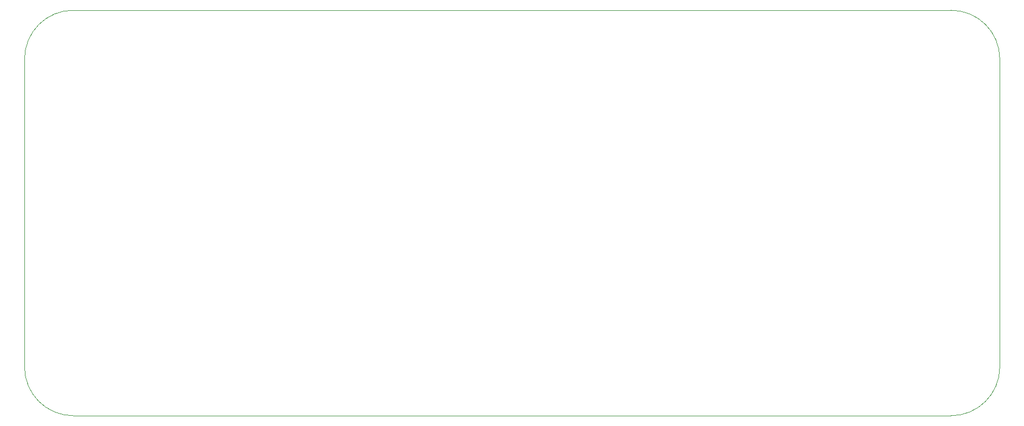
<source format=gbr>
%TF.GenerationSoftware,KiCad,Pcbnew,8.0.3*%
%TF.CreationDate,2024-08-15T08:53:42-06:00*%
%TF.ProjectId,SolarTelescope_LED_PCB,536f6c61-7254-4656-9c65-73636f70655f,2.0*%
%TF.SameCoordinates,Original*%
%TF.FileFunction,Profile,NP*%
%FSLAX46Y46*%
G04 Gerber Fmt 4.6, Leading zero omitted, Abs format (unit mm)*
G04 Created by KiCad (PCBNEW 8.0.3) date 2024-08-15 08:53:42*
%MOMM*%
%LPD*%
G01*
G04 APERTURE LIST*
%TA.AperFunction,Profile*%
%ADD10C,0.050000*%
%TD*%
G04 APERTURE END LIST*
D10*
X63500000Y-58420000D02*
G75*
G02*
X71120000Y-50800000I7620000J0D01*
G01*
X71120000Y-50800000D02*
X208280000Y-50800000D01*
X208280000Y-50800000D02*
G75*
G02*
X215900000Y-58420000I0J-7620000D01*
G01*
X215900000Y-106680000D02*
G75*
G02*
X208280000Y-114300000I-7620000J0D01*
G01*
X63500000Y-106680000D02*
X63500000Y-58420000D01*
X71120000Y-114300000D02*
X208280000Y-114300000D01*
X215900000Y-106680000D02*
X215900000Y-63500000D01*
X215900000Y-58420000D02*
X215900000Y-63500000D01*
X71120000Y-114300000D02*
G75*
G02*
X63500000Y-106680000I0J7620000D01*
G01*
M02*

</source>
